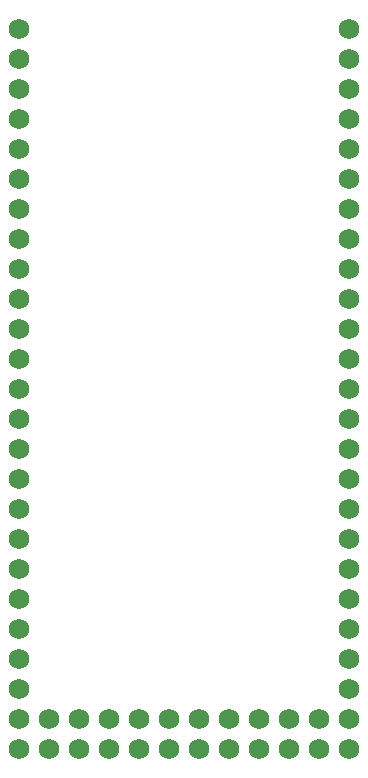
<source format=gbr>
%TF.GenerationSoftware,KiCad,Pcbnew,(6.0.7-1)-1*%
%TF.CreationDate,2022-09-01T15:03:24-04:00*%
%TF.ProjectId,eVolver_pwm,65566f6c-7665-4725-9f70-776d2e6b6963,rev?*%
%TF.SameCoordinates,Original*%
%TF.FileFunction,Soldermask,Bot*%
%TF.FilePolarity,Negative*%
%FSLAX46Y46*%
G04 Gerber Fmt 4.6, Leading zero omitted, Abs format (unit mm)*
G04 Created by KiCad (PCBNEW (6.0.7-1)-1) date 2022-09-01 15:03:24*
%MOMM*%
%LPD*%
G01*
G04 APERTURE LIST*
%ADD10C,1.750800*%
G04 APERTURE END LIST*
D10*
%TO.C,P1*%
X156210000Y-73660000D03*
X156210000Y-76200000D03*
X156210000Y-78740000D03*
X156210000Y-81280000D03*
X156210000Y-83820000D03*
X156210000Y-86360000D03*
X156210000Y-88900000D03*
X156210000Y-91440000D03*
X156210000Y-93980000D03*
X156210000Y-96520000D03*
X156210000Y-99060000D03*
X156210000Y-101600000D03*
X156210000Y-104140000D03*
X156210000Y-106680000D03*
X156210000Y-109220000D03*
X156210000Y-111760000D03*
X156210000Y-114300000D03*
X156210000Y-116840000D03*
X156210000Y-119380000D03*
X156210000Y-121920000D03*
X156210000Y-124460000D03*
X156210000Y-127000000D03*
X156210000Y-129540000D03*
X156210000Y-132080000D03*
X156210000Y-134620000D03*
%TD*%
%TO.C,P2*%
X184150000Y-73660000D03*
X184150000Y-76200000D03*
X184150000Y-78740000D03*
X184150000Y-81280000D03*
X184150000Y-83820000D03*
X184150000Y-86360000D03*
X184150000Y-88900000D03*
X184150000Y-91440000D03*
X184150000Y-93980000D03*
X184150000Y-96520000D03*
X184150000Y-99060000D03*
X184150000Y-101600000D03*
X184150000Y-104140000D03*
X184150000Y-106680000D03*
X184150000Y-109220000D03*
X184150000Y-111760000D03*
X184150000Y-114300000D03*
X184150000Y-116840000D03*
X184150000Y-119380000D03*
X184150000Y-121920000D03*
X184150000Y-124460000D03*
X184150000Y-127000000D03*
X184150000Y-129540000D03*
X184150000Y-132080000D03*
X184150000Y-134620000D03*
%TD*%
%TO.C,P3*%
X181610000Y-132080000D03*
X179070000Y-132080000D03*
X176530000Y-132080000D03*
X173990000Y-132080000D03*
X171450000Y-132080000D03*
X168910000Y-132080000D03*
X166370000Y-132080000D03*
X163830000Y-132080000D03*
X161290000Y-132080000D03*
X158750000Y-132080000D03*
%TD*%
%TO.C,P4*%
X158750000Y-134620000D03*
X161290000Y-134620000D03*
X163830000Y-134620000D03*
X166370000Y-134620000D03*
X168910000Y-134620000D03*
X171450000Y-134620000D03*
X173990000Y-134620000D03*
X176530000Y-134620000D03*
X179070000Y-134620000D03*
X181610000Y-134620000D03*
%TD*%
M02*

</source>
